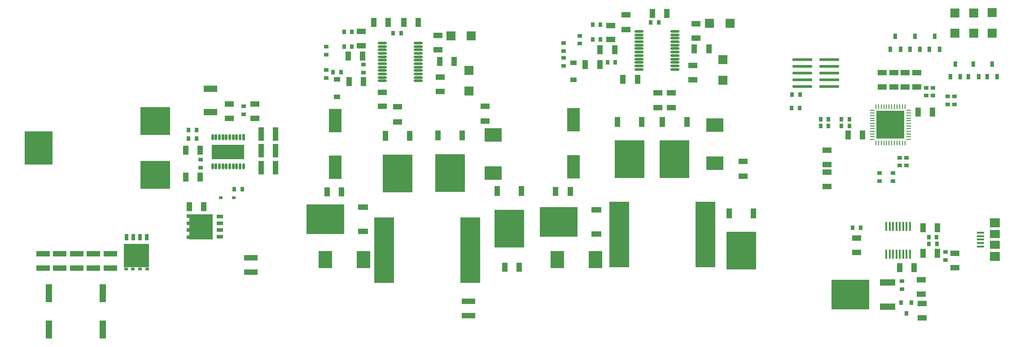
<source format=gtp>
G04 Layer_Color=8421504*
%FSLAX23Y23*%
%MOIN*%
G70*
G01*
G75*
%ADD10R,0.031X0.039*%
%ADD11R,0.066X0.065*%
%ADD12R,0.028X0.035*%
%ADD13R,0.048X0.036*%
%ADD14R,0.150X0.020*%
%ADD15O,0.150X0.020*%
%ADD16R,0.209X0.209*%
%ADD17R,0.010X0.034*%
%ADD18R,0.034X0.010*%
%ADD19R,0.047X0.138*%
%ADD20R,0.220X0.210*%
%ADD21R,0.208X0.250*%
%ADD22R,0.093X0.175*%
%ADD23R,0.151X0.485*%
%ADD24R,0.077X0.041*%
%ADD25R,0.280X0.220*%
%ADD26R,0.041X0.077*%
%ADD27R,0.220X0.280*%
%ADD28R,0.031X0.035*%
%ADD29R,0.031X0.024*%
%ADD30R,0.189X0.177*%
%ADD31R,0.030X0.051*%
%ADD32R,0.024X0.031*%
%ADD33R,0.177X0.189*%
%ADD34R,0.051X0.030*%
%ADD35R,0.053X0.016*%
%ADD36R,0.075X0.059*%
%ADD37R,0.075X0.071*%
%ADD38O,0.071X0.018*%
%ADD39R,0.283X0.220*%
%ADD40R,0.118X0.051*%
%ADD41R,0.102X0.126*%
%ADD42R,0.126X0.102*%
%ADD43R,0.239X0.108*%
%ADD44R,0.020X0.045*%
%ADD45O,0.020X0.045*%
%ADD46R,0.031X0.024*%
%ADD47O,0.015X0.070*%
%ADD48R,0.015X0.070*%
%ADD49R,0.065X0.066*%
%ADD50R,0.067X0.041*%
%ADD51R,0.035X0.028*%
%ADD52R,0.043X0.067*%
%ADD53R,0.043X0.102*%
%ADD54R,0.067X0.043*%
%ADD55R,0.102X0.047*%
%ADD56R,0.102X0.043*%
G36*
X10219Y4044D02*
X10145D01*
Y4118D01*
X10219D01*
Y4044D01*
D02*
G37*
G36*
X10115Y4044D02*
X10041D01*
Y4118D01*
X10115D01*
Y4044D01*
D02*
G37*
G36*
Y4149D02*
X10041D01*
Y4222D01*
X10115D01*
Y4149D01*
D02*
G37*
G36*
X10219Y4149D02*
Y4149D01*
X10145D01*
Y4222D01*
X10219D01*
Y4149D01*
D02*
G37*
D10*
X10575Y4490D02*
D03*
X10650D02*
D03*
X10613Y4584D02*
D03*
X10710Y4490D02*
D03*
X10785D02*
D03*
X10747Y4584D02*
D03*
X10130Y4695D02*
D03*
X10205D02*
D03*
X10167Y4789D02*
D03*
X10275Y4695D02*
D03*
X10350D02*
D03*
X10312Y4789D02*
D03*
X10420Y4695D02*
D03*
X10495D02*
D03*
X10458Y4789D02*
D03*
X10848Y4491D02*
D03*
X10922D02*
D03*
X10885Y4585D02*
D03*
D11*
X10750Y4965D02*
D03*
Y4814D02*
D03*
X10610Y4965D02*
D03*
Y4814D02*
D03*
X7000Y4536D02*
D03*
Y4385D02*
D03*
X8887Y4616D02*
D03*
Y4465D02*
D03*
X10885Y4815D02*
D03*
Y4966D02*
D03*
D12*
X9611Y4175D02*
D03*
X9670D02*
D03*
X9825Y4175D02*
D03*
X9765D02*
D03*
X9611Y4125D02*
D03*
X9670D02*
D03*
X9825D02*
D03*
X9766D02*
D03*
X9850Y3368D02*
D03*
X9909D02*
D03*
X4975Y4030D02*
D03*
X4916D02*
D03*
X4975Y4095D02*
D03*
X4916D02*
D03*
X10475Y3246D02*
D03*
X10416D02*
D03*
X10415Y3296D02*
D03*
X10474D02*
D03*
X9460Y4358D02*
D03*
X9400D02*
D03*
X9455Y4258D02*
D03*
X9395D02*
D03*
X8350Y4895D02*
D03*
X8410D02*
D03*
X8087Y4596D02*
D03*
X8028D02*
D03*
X7918Y4766D02*
D03*
X7977D02*
D03*
X7918Y4876D02*
D03*
X7977D02*
D03*
X6435Y4815D02*
D03*
X6495D02*
D03*
X6071Y4825D02*
D03*
X6130D02*
D03*
X6071Y4715D02*
D03*
X6130D02*
D03*
X5990Y4525D02*
D03*
X6050D02*
D03*
X5255Y3655D02*
D03*
X5315D02*
D03*
D13*
X6020Y4341D02*
D03*
Y4470D02*
D03*
X7777Y4466D02*
D03*
Y4595D02*
D03*
D14*
X9475Y4618D02*
D03*
D15*
Y4568D02*
D03*
Y4518D02*
D03*
Y4468D02*
D03*
Y4418D02*
D03*
X9675Y4618D02*
D03*
Y4568D02*
D03*
Y4518D02*
D03*
Y4468D02*
D03*
Y4418D02*
D03*
D16*
X10130Y4133D02*
D03*
D17*
X10022Y4268D02*
D03*
X10041D02*
D03*
X10061D02*
D03*
X10081D02*
D03*
X10100D02*
D03*
X10120D02*
D03*
X10140D02*
D03*
X10160D02*
D03*
X10179D02*
D03*
X10199D02*
D03*
X10219D02*
D03*
X10238D02*
D03*
Y3998D02*
D03*
X10219D02*
D03*
X10199D02*
D03*
X10179D02*
D03*
X10160D02*
D03*
X10140D02*
D03*
X10120D02*
D03*
X10100D02*
D03*
X10081D02*
D03*
X10061D02*
D03*
X10041D02*
D03*
X10022D02*
D03*
D18*
X10265Y4241D02*
D03*
Y4222D02*
D03*
Y4202D02*
D03*
Y4182D02*
D03*
Y4163D02*
D03*
Y4143D02*
D03*
Y4123D02*
D03*
Y4104D02*
D03*
Y4084D02*
D03*
Y4064D02*
D03*
Y4045D02*
D03*
Y4025D02*
D03*
X9995D02*
D03*
Y4045D02*
D03*
Y4064D02*
D03*
Y4084D02*
D03*
Y4104D02*
D03*
Y4123D02*
D03*
Y4143D02*
D03*
Y4163D02*
D03*
Y4182D02*
D03*
Y4202D02*
D03*
Y4222D02*
D03*
Y4241D02*
D03*
D19*
X4280Y2611D02*
D03*
Y2879D02*
D03*
X3880Y2611D02*
D03*
Y2879D02*
D03*
D20*
X4670Y3760D02*
D03*
Y4160D02*
D03*
D21*
X3801Y3960D02*
D03*
D22*
X6005Y3817D02*
D03*
Y4163D02*
D03*
X7776Y3822D02*
D03*
Y4169D02*
D03*
D23*
X6370Y3200D02*
D03*
X7010D02*
D03*
X8117Y3316D02*
D03*
X8757D02*
D03*
D24*
X6214Y3340D02*
D03*
Y3520D02*
D03*
X7946Y3320D02*
D03*
Y3501D02*
D03*
D25*
X5934Y3430D02*
D03*
X7667Y3411D02*
D03*
D26*
X6560Y4050D02*
D03*
X6380D02*
D03*
X6950Y4055D02*
D03*
X6770D02*
D03*
X7390Y3639D02*
D03*
X7210D02*
D03*
X8283Y4155D02*
D03*
X8102D02*
D03*
X8618D02*
D03*
X8437D02*
D03*
X9113Y3475D02*
D03*
X8932D02*
D03*
D27*
X6470Y3770D02*
D03*
X6860Y3775D02*
D03*
X7300Y3359D02*
D03*
X8192Y3876D02*
D03*
X8527D02*
D03*
X9022Y3196D02*
D03*
D28*
X10285Y2810D02*
D03*
X10210D02*
D03*
X10248Y2731D02*
D03*
D29*
X4609Y3062D02*
D03*
X4556D02*
D03*
X4504D02*
D03*
X4451D02*
D03*
D30*
X4530Y3160D02*
D03*
D31*
X4455Y3298D02*
D03*
X4505D02*
D03*
X4555D02*
D03*
X4605D02*
D03*
D32*
X4912Y3296D02*
D03*
Y3349D02*
D03*
Y3401D02*
D03*
Y3454D02*
D03*
D33*
X5010Y3375D02*
D03*
D34*
X5148Y3450D02*
D03*
Y3400D02*
D03*
Y3350D02*
D03*
Y3300D02*
D03*
D35*
X10799Y3331D02*
D03*
Y3305D02*
D03*
Y3279D02*
D03*
Y3254D02*
D03*
Y3228D02*
D03*
D36*
X10905Y3319D02*
D03*
Y3240D02*
D03*
D37*
Y3153D02*
D03*
Y3405D02*
D03*
D38*
X6624Y4459D02*
D03*
Y4485D02*
D03*
Y4510D02*
D03*
Y4536D02*
D03*
Y4562D02*
D03*
Y4587D02*
D03*
Y4613D02*
D03*
Y4638D02*
D03*
Y4664D02*
D03*
Y4690D02*
D03*
Y4715D02*
D03*
Y4741D02*
D03*
X6356Y4459D02*
D03*
Y4485D02*
D03*
Y4510D02*
D03*
Y4536D02*
D03*
Y4562D02*
D03*
Y4587D02*
D03*
Y4613D02*
D03*
Y4638D02*
D03*
Y4664D02*
D03*
Y4690D02*
D03*
Y4715D02*
D03*
Y4741D02*
D03*
X8528Y4545D02*
D03*
Y4571D02*
D03*
Y4596D02*
D03*
Y4622D02*
D03*
Y4648D02*
D03*
Y4673D02*
D03*
Y4699D02*
D03*
Y4724D02*
D03*
Y4750D02*
D03*
Y4776D02*
D03*
Y4801D02*
D03*
Y4827D02*
D03*
X8261Y4545D02*
D03*
Y4571D02*
D03*
Y4596D02*
D03*
Y4622D02*
D03*
Y4648D02*
D03*
Y4673D02*
D03*
Y4699D02*
D03*
Y4724D02*
D03*
Y4750D02*
D03*
Y4776D02*
D03*
Y4801D02*
D03*
Y4827D02*
D03*
D39*
X9832Y2870D02*
D03*
D40*
X10110Y2960D02*
D03*
Y2780D02*
D03*
D41*
X5932Y3130D02*
D03*
X6215D02*
D03*
X7657D02*
D03*
X7940D02*
D03*
D42*
X7180Y3775D02*
D03*
Y4058D02*
D03*
X8827Y3846D02*
D03*
Y4129D02*
D03*
D43*
X5210Y3930D02*
D03*
D44*
X5325Y4041D02*
D03*
D45*
X5299D02*
D03*
X5274D02*
D03*
X5248D02*
D03*
X5223D02*
D03*
X5197D02*
D03*
X5171D02*
D03*
X5146D02*
D03*
X5120D02*
D03*
X5095D02*
D03*
X5325Y3823D02*
D03*
X5299D02*
D03*
X5274D02*
D03*
X5248D02*
D03*
X5223D02*
D03*
X5197D02*
D03*
X5171D02*
D03*
X5146D02*
D03*
X5120D02*
D03*
X5095D02*
D03*
D46*
X5155Y3590D02*
D03*
X5253D02*
D03*
D47*
X10100Y3171D02*
D03*
X10125D02*
D03*
X10150D02*
D03*
X10175D02*
D03*
X10200D02*
D03*
X10225D02*
D03*
X10250D02*
D03*
X10275D02*
D03*
X10100Y3376D02*
D03*
X10125D02*
D03*
X10150D02*
D03*
X10175D02*
D03*
X10200D02*
D03*
X10225D02*
D03*
X10250D02*
D03*
D48*
X10275D02*
D03*
D49*
X7016Y4795D02*
D03*
X6865D02*
D03*
X8938Y4886D02*
D03*
X8787D02*
D03*
D50*
X7120Y4159D02*
D03*
Y4271D02*
D03*
X6470Y4154D02*
D03*
Y4266D02*
D03*
X8502Y4259D02*
D03*
Y4372D02*
D03*
X8402Y4259D02*
D03*
Y4372D02*
D03*
D51*
X10555Y4285D02*
D03*
Y4345D02*
D03*
X10605Y4285D02*
D03*
Y4345D02*
D03*
X5325Y4269D02*
D03*
Y4210D02*
D03*
X5005Y3875D02*
D03*
Y3815D02*
D03*
X10445Y4408D02*
D03*
Y4349D02*
D03*
X10250Y3888D02*
D03*
Y3829D02*
D03*
X10200Y3888D02*
D03*
Y3829D02*
D03*
X10395Y4408D02*
D03*
Y4349D02*
D03*
X10540Y3127D02*
D03*
Y3186D02*
D03*
X10050Y3715D02*
D03*
Y3774D02*
D03*
X10150Y3715D02*
D03*
Y3774D02*
D03*
X10215Y2910D02*
D03*
Y2970D02*
D03*
X7702Y4571D02*
D03*
Y4630D02*
D03*
X7822Y4795D02*
D03*
Y4736D02*
D03*
X7702Y4681D02*
D03*
Y4740D02*
D03*
X6215Y4580D02*
D03*
Y4520D02*
D03*
X5940Y4655D02*
D03*
Y4714D02*
D03*
Y4481D02*
D03*
Y4540D02*
D03*
D52*
X6515Y4895D02*
D03*
X6621D02*
D03*
X9817Y4058D02*
D03*
X9923D02*
D03*
X5028Y3525D02*
D03*
X4922D02*
D03*
X4897Y3945D02*
D03*
X5003D02*
D03*
X4897Y3745D02*
D03*
X5003D02*
D03*
X10443Y4228D02*
D03*
X10337D02*
D03*
X10372Y3176D02*
D03*
X10478D02*
D03*
X10306Y3071D02*
D03*
X10200D02*
D03*
X10372Y3366D02*
D03*
X10478D02*
D03*
X7751Y3636D02*
D03*
X7644D02*
D03*
X8144Y4471D02*
D03*
X8251D02*
D03*
X7974Y4691D02*
D03*
X8081D02*
D03*
X8362Y4960D02*
D03*
X8468D02*
D03*
X7864Y4581D02*
D03*
X7971D02*
D03*
X8781Y4696D02*
D03*
X8674D02*
D03*
X6104Y4645D02*
D03*
X6210D02*
D03*
X6888Y4605D02*
D03*
X6782D02*
D03*
X6109Y4455D02*
D03*
X6215D02*
D03*
X6398Y4895D02*
D03*
X6292D02*
D03*
X5947Y3635D02*
D03*
X6053D02*
D03*
X7267Y3075D02*
D03*
X7373D02*
D03*
D53*
X5563Y4065D02*
D03*
X5457D02*
D03*
X5563Y3940D02*
D03*
X5457D02*
D03*
X5563Y3815D02*
D03*
X5457D02*
D03*
D54*
X8166Y4949D02*
D03*
Y4842D02*
D03*
X10325Y4521D02*
D03*
Y4415D02*
D03*
X10240Y4521D02*
D03*
Y4415D02*
D03*
X10155D02*
D03*
Y4521D02*
D03*
X10070D02*
D03*
Y4415D02*
D03*
X5220Y4182D02*
D03*
Y4288D02*
D03*
X5410D02*
D03*
Y4182D02*
D03*
X9660Y3779D02*
D03*
Y3673D02*
D03*
Y3838D02*
D03*
Y3944D02*
D03*
X10610Y3071D02*
D03*
Y3178D02*
D03*
X9880Y3185D02*
D03*
Y3291D02*
D03*
X10365Y2803D02*
D03*
Y2697D02*
D03*
X10360Y2981D02*
D03*
Y2875D02*
D03*
X9037Y3859D02*
D03*
Y3752D02*
D03*
X8052Y4766D02*
D03*
Y4872D02*
D03*
X8662Y4574D02*
D03*
Y4467D02*
D03*
X8687Y4777D02*
D03*
Y4884D02*
D03*
X6355Y4269D02*
D03*
Y4375D02*
D03*
X6785Y4488D02*
D03*
Y4382D02*
D03*
X6770Y4692D02*
D03*
Y4798D02*
D03*
X6200Y4720D02*
D03*
Y4826D02*
D03*
D55*
X5080Y4228D02*
D03*
Y4402D02*
D03*
D56*
X3835Y3173D02*
D03*
Y3067D02*
D03*
X3960Y3173D02*
D03*
Y3067D02*
D03*
X4085Y3173D02*
D03*
Y3067D02*
D03*
X4210Y3173D02*
D03*
Y3067D02*
D03*
X4335Y3173D02*
D03*
Y3067D02*
D03*
X6995Y2715D02*
D03*
Y2821D02*
D03*
X5380Y3037D02*
D03*
Y3143D02*
D03*
M02*

</source>
